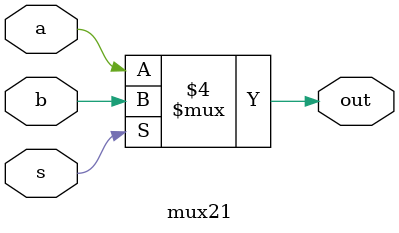
<source format=v>
`timescale 1ns / 1ps
module mux21(out, a, b,s);
	 
input a;
input b;
input s;
output reg out;

always @ (a or b or s)
if (s==0) out =a;
else out=b;

endmodule

</source>
